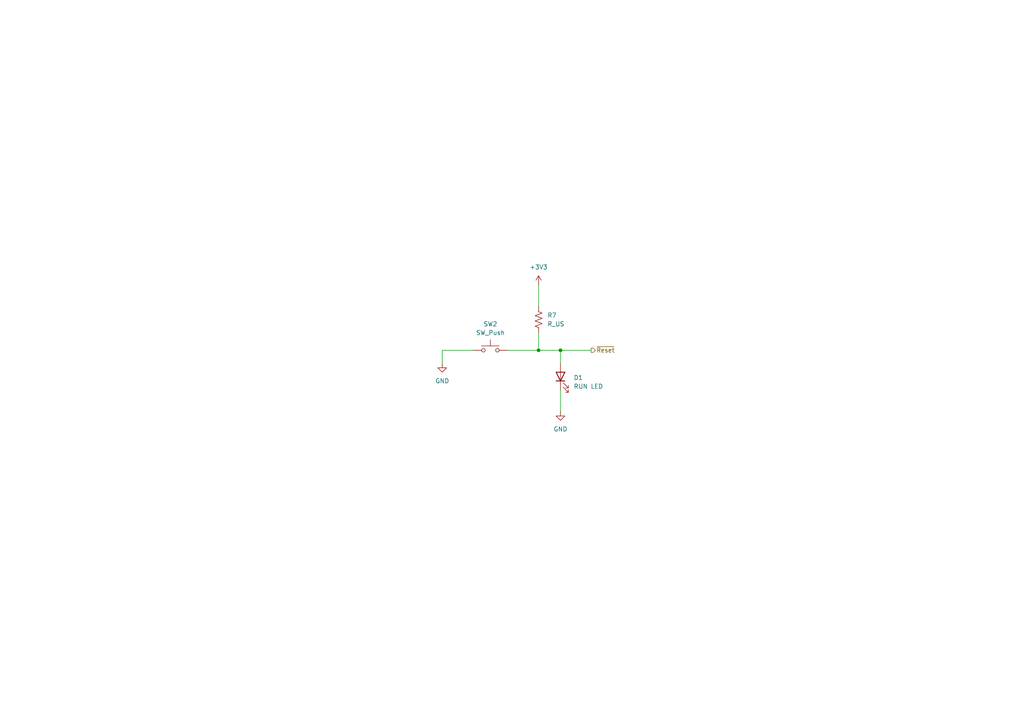
<source format=kicad_sch>
(kicad_sch (version 20250114) (generator "eeschema") (generator_version "9.0")
  (paper "A4")
  (lib_symbols
    (symbol "Device:LED" (pin_numbers (hide yes)) (pin_names (offset 1.016) (hide yes))
      (property "Reference" "D" (at 0 2.54 0))
      (property "Value" "LED" (at 0 -2.54 0))
      (symbol "LED_0_1"
        (polyline (pts (xy -3.048 -0.762) (xy -4.572 -2.286) (xy -3.81 -2.286) (xy -4.572 -2.286) (xy -4.572 -1.524)))
        (polyline (pts (xy -1.778 -0.762) (xy -3.302 -2.286) (xy -2.54 -2.286) (xy -3.302 -2.286) (xy -3.302 -1.524)))
        (polyline (pts (xy -1.27 0) (xy 1.27 0)))
        (polyline (pts (xy -1.27 -1.27) (xy -1.27 1.27)) (stroke (width 0.254)))
        (polyline (pts (xy 1.27 -1.27) (xy 1.27 1.27) (xy -1.27 0) (xy 1.27 -1.27)) (stroke (width 0.254)))
      )
      (symbol "LED_1_1"
        (pin passive line (at -3.81 0 0) (length 2.54) (name "K") (number "1"))
        (pin passive line (at 3.81 0 180) (length 2.54) (name "A") (number "2"))
      )
    )
    (symbol "Device:R_US" (pin_numbers (hide yes)) (pin_names (offset 0))
      (property "Reference" "R" (at 2.54 0 90))
      (property "Value" "R_US" (at -2.54 0 90))
      (symbol "R_US_0_1"
        (polyline (pts (xy 0 2.286) (xy 0 2.54)))
        (polyline (pts (xy 0 2.286) (xy 1.016 1.905) (xy 0 1.524) (xy -1.016 1.143) (xy 0 0.762)))
        (polyline (pts (xy 0 0.762) (xy 1.016 0.381) (xy 0 0) (xy -1.016 -0.381) (xy 0 -0.762)))
        (polyline (pts (xy 0 -0.762) (xy 1.016 -1.143) (xy 0 -1.524) (xy -1.016 -1.905) (xy 0 -2.286)))
        (polyline (pts (xy 0 -2.286) (xy 0 -2.54)))
      )
      (symbol "R_US_1_1"
        (pin passive line (at 0 3.81 270) (length 1.27) (name "~") (number "1"))
        (pin passive line (at 0 -3.81 90) (length 1.27) (name "~") (number "2"))
      )
    )
    (symbol "Switch:SW_Push" (pin_numbers (hide yes)) (pin_names (offset 1.016) (hide yes))
      (property "Reference" "SW" (at 1.27 2.54 0))
      (property "Value" "SW_Push" (at 0 -1.524 0))
      (symbol "SW_Push_0_1"
        (circle (center -2.032 0) (radius 0.508))
        (polyline (pts (xy 0 1.27) (xy 0 3.048)))
        (circle (center 2.032 0) (radius 0.508))
        (polyline (pts (xy 2.54 1.27) (xy -2.54 1.27)))
        (pin passive line (at -5.08 0 0) (length 2.54) (name "1") (number "1"))
        (pin passive line (at 5.08 0 180) (length 2.54) (name "2") (number "2"))
      )
    )
    (symbol "power:+3V3" (power) (pin_numbers (hide yes)) (pin_names (offset 0) (hide yes))
      (property "Value" "+3V3" (at 0 3.556 0))
      (symbol "+3V3_0_1"
        (polyline (pts (xy -0.762 1.27) (xy 0 2.54)))
        (polyline (pts (xy 0 2.54) (xy 0.762 1.27)))
        (polyline (pts (xy 0 0) (xy 0 2.54)))
      )
      (symbol "+3V3_1_1"
        (pin power_in line (at 0 0 90) (length 0) (name "~") (number "1"))
      )
    )
    (symbol "power:GND" (power) (pin_numbers (hide yes)) (pin_names (offset 0) (hide yes))
      (property "Value" "GND" (at 0 -3.81 0))
      (symbol "GND_0_1"
        (polyline (pts (xy 0 0) (xy 0 -1.27) (xy 1.27 -1.27) (xy 0 -2.54) (xy -1.27 -1.27) (xy 0 -1.27)))
      )
      (symbol "GND_1_1"
        (pin power_in line (at 0 0 270) (length 0) (name "~") (number "1"))
      )
    )
  )
  (junction (at 162.56 101.6))
  (junction (at 156.21 101.6))
  (wire (pts (xy 156.21 82.55) (xy 156.21 88.9)))
  (wire (pts (xy 162.56 113.03) (xy 162.56 119.38)))
  (wire (pts (xy 156.21 101.6) (xy 162.56 101.6)))
  (wire (pts (xy 147.32 101.6) (xy 156.21 101.6)))
  (wire (pts (xy 162.56 101.6) (xy 162.56 105.41)))
  (wire (pts (xy 128.27 105.41) (xy 128.27 101.6)))
  (wire (pts (xy 128.27 101.6) (xy 137.16 101.6)))
  (wire (pts (xy 162.56 101.6) (xy 171.45 101.6)))
  (wire (pts (xy 156.21 96.52) (xy 156.21 101.6)))
  (hierarchical_label "~{Reset}" (shape output) (at 171.45 101.6 0))
  (symbol (lib_id "Device:LED") (at 162.56 109.22 90) (unit 1)
    (property "Reference" "D1" (at 166.37 109.5374 90) (effects (justify right)))
    (property "Value" "RUN LED" (at 166.37 112.0774 90) (effects (justify right)))
    (property "Description" "Light emitting diode" (effects (hide yes)))
    (property "Sim.Pins" "1=K 2=A" (effects (hide yes)))
  )
  (symbol (lib_id "power:GND") (at 128.27 105.41 0) (unit 1)
    (property "Reference" "#PWR023" (effects (hide yes)))
    (property "Value" "GND" (at 128.27 110.49 0))
    (property "Description" "Power symbol creates a global label with name \"GND\" , ground" (effects (hide yes)))
  )
  (symbol (lib_id "Device:R_US") (at 156.21 92.71 0) (unit 1)
    (property "Reference" "R7" (at 158.75 91.4399 0) (effects (justify left)))
    (property "Value" "R_US" (at 158.75 93.9799 0) (effects (justify left)))
    (property "Description" "Resistor, US symbol" (effects (hide yes)))
  )
  (symbol (lib_id "power:GND") (at 162.56 119.38 0) (unit 1)
    (property "Reference" "#PWR024" (effects (hide yes)))
    (property "Value" "GND" (at 162.56 124.46 0))
    (property "Description" "Power symbol creates a global label with name \"GND\" , ground" (effects (hide yes)))
  )
  (symbol (lib_id "power:+3V3") (at 156.21 82.55 0) (unit 1)
    (property "Reference" "#PWR022" (effects (hide yes)))
    (property "Value" "+3V3" (at 156.21 77.47 0))
    (property "Description" "Power symbol creates a global label with name \"+3V3\"" (effects (hide yes)))
  )
  (symbol (lib_id "Switch:SW_Push") (at 142.24 101.6 0) (unit 1)
    (property "Reference" "SW2" (at 142.24 93.98 0))
    (property "Value" "SW_Push" (at 142.24 96.52 0))
    (property "Description" "Push button switch, generic, two pins" (effects (hide yes)))
  )
)
</source>
